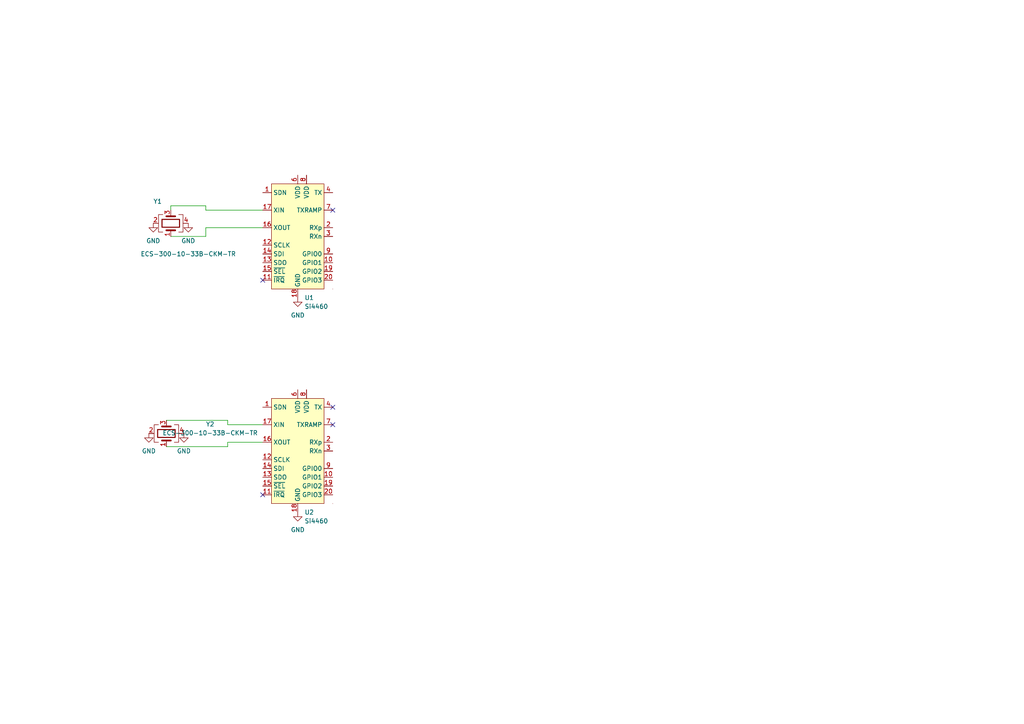
<source format=kicad_sch>
(kicad_sch (version 20230121) (generator eeschema)
  (paper "A4")
  (lib_symbols
    (symbol "Device:Crystal_GND24" (pin_names (offset 1.016) hide)
      (property "Reference" "Y" (at 3.175 5.08 0))
      (property "Value" "Crystal_GND24" (at 3.175 3.175 0))
      (symbol "Crystal_GND24_0_1"
        (rectangle (start -1.143 2.54) (end 1.143 -2.54) (stroke (width 0.3048)))
        (polyline (pts (xy -2.54 0) (xy -2.032 0)))
        (polyline (pts (xy -2.032 -1.27) (xy -2.032 1.27)) (stroke (width 0.508)))
        (polyline (pts (xy 0 -3.81) (xy 0 -3.556)))
        (polyline (pts (xy 0 3.556) (xy 0 3.81)))
        (polyline (pts (xy 2.032 -1.27) (xy 2.032 1.27)) (stroke (width 0.508)))
        (polyline (pts (xy 2.032 0) (xy 2.54 0)))
        (polyline (pts (xy -2.54 -2.286) (xy -2.54 -3.556) (xy 2.54 -3.556) (xy 2.54 -2.286)))
        (polyline (pts (xy -2.54 2.286) (xy -2.54 3.556) (xy 2.54 3.556) (xy 2.54 2.286)))
      )
      (symbol "Crystal_GND24_1_1"
        (pin passive line (at -3.81 0 0) (length 1.27) (name "1") (number "1"))
        (pin passive line (at 0 5.08 270) (length 1.27) (name "2") (number "2"))
        (pin passive line (at 3.81 0 180) (length 1.27) (name "3") (number "3"))
        (pin passive line (at 0 -5.08 90) (length 1.27) (name "4") (number "4"))
      )
    )
    (symbol "RF:Si4460"
      (property "Reference" "U" (at -6.35 16.51 0))
      (property "Value" "Si4460" (at 6.35 16.51 0))
      (symbol "Si4460_0_1"
        (rectangle (start -7.62 15.24) (end 7.62 -15.24) (fill (type background)))
        (rectangle (start 10.16 -15.24) (end 10.16 -15.24))
      )
      (symbol "Si4460_1_1"
        (pin input line (at -10.16 12.7 0) (length 2.54) (name "SDN") (number "1"))
        (pin bidirectional line (at 10.16 -7.62 180) (length 2.54) (name "GPIO1") (number "10"))
        (pin open_collector line (at -10.16 -12.7 0) (length 2.54) (name "~{IRQ}") (number "11"))
        (pin input line (at -10.16 -2.54 0) (length 2.54) (name "SCLK") (number "12"))
        (pin output line (at -10.16 -7.62 0) (length 2.54) (name "SDO") (number "13"))
        (pin input line (at -10.16 -5.08 0) (length 2.54) (name "SDI") (number "14"))
        (pin input line (at -10.16 -10.16 0) (length 2.54) (name "~{SEL}") (number "15"))
        (pin passive line (at -10.16 2.54 0) (length 2.54) (name "XOUT") (number "16"))
        (pin input line (at -10.16 7.62 0) (length 2.54) (name "XIN") (number "17"))
        (pin power_in line (at 0 -17.78 90) (length 2.54) (name "GND") (number "18"))
        (pin bidirectional line (at 10.16 -10.16 180) (length 2.54) (name "GPIO2") (number "19"))
        (pin input line (at 10.16 2.54 180) (length 2.54) (name "RXp") (number "2"))
        (pin bidirectional line (at 10.16 -12.7 180) (length 2.54) (name "GPIO3") (number "20"))
        (pin passive line (at 0 -17.78 90) (length 2.54) hide (name "GND") (number "21"))
        (pin input line (at 10.16 0 180) (length 2.54) (name "RXn") (number "3"))
        (pin output line (at 10.16 12.7 180) (length 2.54) (name "TX") (number "4"))
        (pin no_connect line (at 7.62 -15.24 180) (length 2.54) hide (name "NC") (number "5"))
        (pin power_in line (at 0 17.78 270) (length 2.54) (name "VDD") (number "6"))
        (pin output line (at 10.16 7.62 180) (length 2.54) (name "TXRAMP") (number "7"))
        (pin power_in line (at 2.54 17.78 270) (length 2.54) (name "VDD") (number "8"))
        (pin bidirectional line (at 10.16 -5.08 180) (length 2.54) (name "GPIO0") (number "9"))
      )
    )
    (symbol "power:GND" (power) (pin_names (offset 0))
      (property "Value" "GND" (at 0 -3.81 0))
      (symbol "GND_0_1"
        (polyline (pts (xy 0 0) (xy 0 -1.27) (xy 1.27 -1.27) (xy 0 -2.54) (xy -1.27 -1.27) (xy 0 -1.27)))
      )
      (symbol "GND_1_1"
        (pin power_in line (at 0 0 270) (length 0) hide (name "GND") (number "1"))
      )
    )
  )
  (no_connect (at 96.52 118.11))
  (no_connect (at 76.2 81.28))
  (no_connect (at 96.52 123.19))
  (no_connect (at 96.52 60.96))
  (no_connect (at 76.2 143.51))
  (wire (pts (xy 66.04 121.92) (xy 66.04 123.19)))
  (wire (pts (xy 66.04 128.27) (xy 76.2 128.27)))
  (wire (pts (xy 59.69 66.04) (xy 76.2 66.04)))
  (wire (pts (xy 49.53 59.69) (xy 59.69 59.69)))
  (wire (pts (xy 48.26 129.54) (xy 66.04 129.54)))
  (wire (pts (xy 59.69 60.96) (xy 76.2 60.96)))
  (wire (pts (xy 59.69 66.04) (xy 59.69 68.58)))
  (wire (pts (xy 66.04 129.54) (xy 66.04 128.27)))
  (wire (pts (xy 66.04 123.19) (xy 76.2 123.19)))
  (wire (pts (xy 49.53 68.58) (xy 59.69 68.58)))
  (wire (pts (xy 59.69 59.69) (xy 59.69 60.96)))
  (wire (pts (xy 48.26 121.92) (xy 66.04 121.92)))
  (wire (pts (xy 49.53 60.96) (xy 49.53 59.69)))
  (symbol (lib_id "RF:Si4460") (at 86.36 68.58 0) (unit 1)
    (property "Reference" "U1" (at 88.3159 86.36 0) (effects (justify left)))
    (property "Value" "Si4460" (at 88.3159 88.9 0) (effects (justify left)))
    (property "Footprint" "Package_DFN_QFN:QFN-20-1EP_4x4mm_P0.5mm_EP2.6x2.6mm_ThermalVias" (effects hide))
    (property "Datasheet" "https://www.silabs.com/documents/public/data-sheets/Si4464-63-61-60.pdf" (effects hide))
  )
  (symbol (lib_id "power:GND") (at 86.36 148.59 0) (unit 1)
    (property "Reference" "#PWR02" (effects hide))
    (property "Value" "GND" (at 86.36 153.67 0))
  )
  (symbol (lib_id "power:GND") (at 54.61 64.77 0) (unit 1)
    (property "Reference" "#PWR06" (effects hide))
    (property "Value" "GND" (at 54.61 69.85 0))
  )
  (symbol (lib_id "power:GND") (at 53.34 125.73 0) (unit 1)
    (property "Reference" "#PWR03" (effects hide))
    (property "Value" "GND" (at 53.34 130.81 0))
  )
  (symbol (lib_id "Device:Crystal_GND24") (at 48.26 125.73 90) (unit 1)
    (property "Reference" "Y2" (at 60.96 123.0377 90))
    (property "Value" "ECS-300-10-33B-CKM-TR" (at 60.96 125.5777 90))
    (property "Footprint" "Crystal:Crystal_SMD_3225-4Pin_3.2x2.5mm" (effects hide))
  )
  (symbol (lib_id "RF:Si4460") (at 86.36 130.81 0) (unit 1)
    (property "Reference" "U2" (at 88.3159 148.59 0) (effects (justify left)))
    (property "Value" "Si4460" (at 88.3159 151.13 0) (effects (justify left)))
    (property "Footprint" "Package_DFN_QFN:QFN-20-1EP_4x4mm_P0.5mm_EP2.6x2.6mm_ThermalVias" (effects hide))
    (property "Datasheet" "https://www.silabs.com/documents/public/data-sheets/Si4464-63-61-60.pdf" (effects hide))
  )
  (symbol (lib_id "power:GND") (at 43.18 125.73 0) (unit 1)
    (property "Reference" "#PWR04" (effects hide))
    (property "Value" "GND" (at 43.18 130.81 0))
  )
  (symbol (lib_id "power:GND") (at 44.45 64.77 0) (unit 1)
    (property "Reference" "#PWR05" (effects hide))
    (property "Value" "GND" (at 44.45 69.85 0))
  )
  (symbol (lib_id "power:GND") (at 86.36 86.36 0) (unit 1)
    (property "Reference" "#PWR01" (effects hide))
    (property "Value" "GND" (at 86.36 91.44 0))
  )
  (symbol (lib_id "Device:Crystal_GND24") (at 49.53 64.77 90) (unit 1)
    (property "Reference" "Y1" (at 45.72 58.42 90))
    (property "Value" "ECS-300-10-33B-CKM-TR" (at 54.61 73.66 90))
    (property "Footprint" "Crystal:Crystal_SMD_3225-4Pin_3.2x2.5mm" (effects hide))
  )
)
</source>
